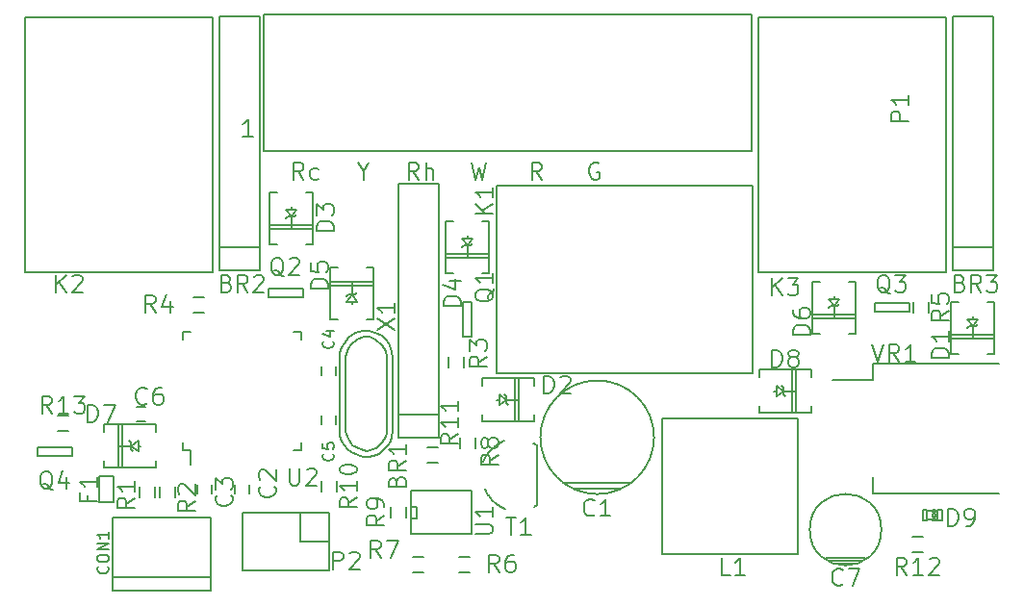
<source format=gto>
G04 #@! TF.FileFunction,Legend,Top*
%FSLAX46Y46*%
G04 Gerber Fmt 4.6, Leading zero omitted, Abs format (unit mm)*
G04 Created by KiCad (PCBNEW (2014-12-04 BZR 5312)-product) date 2/1/2015 4:03:18 PM*
%MOMM*%
G01*
G04 APERTURE LIST*
%ADD10C,0.100000*%
%ADD11C,0.150000*%
%ADD12C,0.152400*%
G04 APERTURE END LIST*
D10*
D11*
X80677000Y-58769000D02*
X81352000Y-58769000D01*
X80677000Y-48419000D02*
X81352000Y-48419000D01*
X91027000Y-48419000D02*
X90352000Y-48419000D01*
X91027000Y-58769000D02*
X90352000Y-58769000D01*
X80677000Y-58769000D02*
X80677000Y-58094000D01*
X91027000Y-58769000D02*
X91027000Y-58094000D01*
X91027000Y-48419000D02*
X91027000Y-49094000D01*
X80677000Y-48419000D02*
X80677000Y-49094000D01*
X81352000Y-58769000D02*
X81352000Y-60044000D01*
X97774760Y-58547000D02*
X97373440Y-58747660D01*
X97373440Y-58747660D02*
X96774000Y-58849260D01*
X96774000Y-58849260D02*
X96273620Y-58747660D01*
X96273620Y-58747660D02*
X95575120Y-58348880D01*
X95575120Y-58348880D02*
X95173800Y-57746900D01*
X95173800Y-57746900D02*
X94973140Y-57147460D01*
X94973140Y-57147460D02*
X94973140Y-50548540D01*
X94973140Y-50548540D02*
X95173800Y-49847500D01*
X95173800Y-49847500D02*
X95473520Y-49448720D01*
X95473520Y-49448720D02*
X95973900Y-49047400D01*
X95973900Y-49047400D02*
X96573340Y-48846740D01*
X96573340Y-48846740D02*
X97073720Y-48846740D01*
X97073720Y-48846740D02*
X97574100Y-49047400D01*
X97574100Y-49047400D02*
X98173540Y-49547780D01*
X98173540Y-49547780D02*
X98473260Y-50048160D01*
X98473260Y-50048160D02*
X98574860Y-50548540D01*
X98574860Y-50647600D02*
X98574860Y-57249060D01*
X98574860Y-57249060D02*
X98473260Y-57647840D01*
X98473260Y-57647840D02*
X98173540Y-58148220D01*
X98173540Y-58148220D02*
X97673160Y-58648600D01*
X99103180Y-50657760D02*
X99054920Y-50198020D01*
X99054920Y-50198020D02*
X98943160Y-49799240D01*
X98943160Y-49799240D02*
X98724720Y-49367440D01*
X98724720Y-49367440D02*
X98493580Y-49077880D01*
X98493580Y-49077880D02*
X98143060Y-48747680D01*
X98143060Y-48747680D02*
X97604580Y-48458120D01*
X97604580Y-48458120D02*
X97005140Y-48328580D01*
X97005140Y-48328580D02*
X96494600Y-48328580D01*
X96494600Y-48328580D02*
X95793560Y-48498760D01*
X95793560Y-48498760D02*
X95204280Y-48897540D01*
X95204280Y-48897540D02*
X94833440Y-49357280D01*
X94833440Y-49357280D02*
X94625160Y-49778920D01*
X94625160Y-49778920D02*
X94465140Y-50228500D01*
X94465140Y-50228500D02*
X94434660Y-50667920D01*
X94653100Y-58008520D02*
X94874080Y-58386980D01*
X94874080Y-58386980D02*
X95153480Y-58707020D01*
X95153480Y-58707020D02*
X95483680Y-58958480D01*
X95483680Y-58958480D02*
X96034860Y-59258200D01*
X96034860Y-59258200D02*
X96504760Y-59367420D01*
X96504760Y-59367420D02*
X96964500Y-59387740D01*
X96964500Y-59387740D02*
X97424240Y-59298840D01*
X97424240Y-59298840D02*
X97873820Y-59108340D01*
X97873820Y-59108340D02*
X98343720Y-58747660D01*
X98343720Y-58747660D02*
X98663760Y-58397140D01*
X98663760Y-58397140D02*
X98894900Y-58008520D01*
X98894900Y-58008520D02*
X99034600Y-57579260D01*
X99034600Y-57579260D02*
X99103180Y-57137300D01*
X94444820Y-50647600D02*
X94444820Y-57099200D01*
X94444820Y-57099200D02*
X94482920Y-57518300D01*
X94482920Y-57518300D02*
X94653100Y-58008520D01*
X99103180Y-50647600D02*
X99103180Y-57099200D01*
X114094000Y-61658000D02*
X120094000Y-61658000D01*
X119094000Y-62158000D02*
X115094000Y-62158000D01*
X122094000Y-57658000D02*
G75*
G03X122094000Y-57658000I-5000000J0D01*
G01*
X132842000Y-53594000D02*
X132638800Y-53594000D01*
X131318000Y-51689000D02*
X135890000Y-51689000D01*
X135890000Y-51689000D02*
X135890000Y-52324000D01*
X134264400Y-55499000D02*
X134264400Y-51689000D01*
X134594600Y-55499000D02*
X134594600Y-51689000D01*
X131318000Y-54864000D02*
X131318000Y-55499000D01*
X131318000Y-55499000D02*
X135890000Y-55499000D01*
X135890000Y-55499000D02*
X135890000Y-54864000D01*
X131318000Y-52324000D02*
X131318000Y-51689000D01*
X133477000Y-53594000D02*
X132842000Y-53119020D01*
X132842000Y-53119020D02*
X132842000Y-53594000D01*
X132842000Y-53594000D02*
X132842000Y-54068980D01*
X132842000Y-54068980D02*
X133477000Y-53594000D01*
X133477000Y-53594000D02*
X133477000Y-53276500D01*
X133477000Y-53276500D02*
X133319520Y-53119020D01*
X133477000Y-53594000D02*
X133477000Y-53911500D01*
X133477000Y-53911500D02*
X133634480Y-54068980D01*
X133477000Y-53594000D02*
X134586980Y-53594000D01*
X134778000Y-55976000D02*
X134778000Y-67976000D01*
X134778000Y-67976000D02*
X122778000Y-67976000D01*
X122778000Y-67976000D02*
X122778000Y-55976000D01*
X122778000Y-55976000D02*
X134778000Y-55976000D01*
X140688000Y-68286000D02*
X137188000Y-68286000D01*
X137438000Y-68536000D02*
X140438000Y-68536000D01*
X139938000Y-68786000D02*
X137938000Y-68786000D01*
X142088000Y-65786000D02*
G75*
G03X142088000Y-65786000I-3150000J0D01*
G01*
X145788000Y-67731000D02*
X144788000Y-67731000D01*
X144788000Y-66381000D02*
X145788000Y-66381000D01*
X147007580Y-64066420D02*
X147007580Y-64965580D01*
X147007580Y-64965580D02*
X147406360Y-64965580D01*
X147406360Y-64066420D02*
X147406360Y-64965580D01*
X147007580Y-64066420D02*
X147406360Y-64066420D01*
X145709640Y-64066420D02*
X145709640Y-64965580D01*
X145709640Y-64965580D02*
X146108420Y-64965580D01*
X146108420Y-64066420D02*
X146108420Y-64965580D01*
X145709640Y-64066420D02*
X146108420Y-64066420D01*
X146558000Y-64066420D02*
X146558000Y-64216280D01*
X146558000Y-64216280D02*
X146857720Y-64216280D01*
X146857720Y-64066420D02*
X146857720Y-64216280D01*
X146558000Y-64066420D02*
X146857720Y-64066420D01*
X146558000Y-64815720D02*
X146558000Y-64965580D01*
X146558000Y-64965580D02*
X146857720Y-64965580D01*
X146857720Y-64815720D02*
X146857720Y-64965580D01*
X146558000Y-64815720D02*
X146857720Y-64815720D01*
X146558000Y-64366140D02*
X146558000Y-64665860D01*
X146558000Y-64665860D02*
X146857720Y-64665860D01*
X146857720Y-64366140D02*
X146857720Y-64665860D01*
X146558000Y-64366140D02*
X146857720Y-64366140D01*
X147007580Y-64117220D02*
X146108420Y-64117220D01*
X147007580Y-64914780D02*
X146108420Y-64914780D01*
X141351000Y-61196220D02*
X141351000Y-62611000D01*
X141338300Y-52595780D02*
X137795000Y-52595780D01*
X141351000Y-51181000D02*
X152468000Y-51181000D01*
X152468000Y-62611000D02*
X141351000Y-62611000D01*
X141351000Y-51181000D02*
X141351000Y-52595780D01*
X108226000Y-52034000D02*
X108226000Y-43784000D01*
X130726000Y-52034000D02*
X108226000Y-52034000D01*
X130726000Y-35534000D02*
X130726000Y-52034000D01*
X108226000Y-35534000D02*
X130726000Y-35534000D01*
X108226000Y-43784000D02*
X108226000Y-35534000D01*
X83276000Y-43158000D02*
X75026000Y-43158000D01*
X83276000Y-20658000D02*
X83276000Y-43158000D01*
X66776000Y-20658000D02*
X83276000Y-20658000D01*
X66776000Y-43158000D02*
X66776000Y-20658000D01*
X75026000Y-43158000D02*
X66776000Y-43158000D01*
X76708000Y-58420000D02*
X76911200Y-58420000D01*
X78232000Y-60325000D02*
X73660000Y-60325000D01*
X73660000Y-60325000D02*
X73660000Y-59690000D01*
X75285600Y-56515000D02*
X75285600Y-60325000D01*
X74955400Y-56515000D02*
X74955400Y-60325000D01*
X78232000Y-57150000D02*
X78232000Y-56515000D01*
X78232000Y-56515000D02*
X73660000Y-56515000D01*
X73660000Y-56515000D02*
X73660000Y-57150000D01*
X78232000Y-59690000D02*
X78232000Y-60325000D01*
X76073000Y-58420000D02*
X76708000Y-58894980D01*
X76708000Y-58894980D02*
X76708000Y-58420000D01*
X76708000Y-58420000D02*
X76708000Y-57945020D01*
X76708000Y-57945020D02*
X76073000Y-58420000D01*
X76073000Y-58420000D02*
X76073000Y-58737500D01*
X76073000Y-58737500D02*
X76230480Y-58894980D01*
X76073000Y-58420000D02*
X76073000Y-58102500D01*
X76073000Y-58102500D02*
X75915520Y-57945020D01*
X76073000Y-58420000D02*
X74963020Y-58420000D01*
X147792000Y-43158000D02*
X139542000Y-43158000D01*
X147792000Y-20658000D02*
X147792000Y-43158000D01*
X131292000Y-20658000D02*
X147792000Y-20658000D01*
X131292000Y-43158000D02*
X131292000Y-20658000D01*
X139542000Y-43158000D02*
X131292000Y-43158000D01*
X99568000Y-57658000D02*
X103124000Y-57658000D01*
X99568000Y-55626000D02*
X99568000Y-57658000D01*
X103124000Y-55626000D02*
X99568000Y-55626000D01*
X103124000Y-57658000D02*
X103124000Y-55626000D01*
X103124000Y-35306000D02*
X99568000Y-35306000D01*
X103124000Y-57658000D02*
X103124000Y-35306000D01*
X99568000Y-57658000D02*
X103124000Y-57658000D01*
X99568000Y-35306000D02*
X99568000Y-57658000D01*
X83820000Y-42926000D02*
X87376000Y-42926000D01*
X83820000Y-40894000D02*
X83820000Y-42926000D01*
X87376000Y-40894000D02*
X83820000Y-40894000D01*
X87376000Y-42926000D02*
X87376000Y-40894000D01*
X87376000Y-20574000D02*
X83820000Y-20574000D01*
X87376000Y-42926000D02*
X87376000Y-20574000D01*
X83820000Y-42926000D02*
X87376000Y-42926000D01*
X83820000Y-20574000D02*
X83820000Y-42926000D01*
X148336000Y-42926000D02*
X151892000Y-42926000D01*
X148336000Y-40894000D02*
X148336000Y-42926000D01*
X151892000Y-40894000D02*
X148336000Y-40894000D01*
X151892000Y-42926000D02*
X151892000Y-40894000D01*
X151892000Y-20574000D02*
X148336000Y-20574000D01*
X151892000Y-42926000D02*
X151892000Y-20574000D01*
X148336000Y-42926000D02*
X151892000Y-42926000D01*
X148336000Y-20574000D02*
X148336000Y-42926000D01*
X86452000Y-61880000D02*
X86452000Y-62580000D01*
X85252000Y-62580000D02*
X85252000Y-61880000D01*
X81950000Y-62580000D02*
X81950000Y-61880000D01*
X83150000Y-61880000D02*
X83150000Y-62580000D01*
X92872000Y-52166000D02*
X92872000Y-51466000D01*
X94072000Y-51466000D02*
X94072000Y-52166000D01*
X94072000Y-55784000D02*
X94072000Y-56484000D01*
X92872000Y-56484000D02*
X92872000Y-55784000D01*
X76612000Y-55026000D02*
X77312000Y-55026000D01*
X77312000Y-56226000D02*
X76612000Y-56226000D01*
X74420000Y-71166000D02*
X83120000Y-71166000D01*
X74420000Y-64761000D02*
X83120000Y-64761000D01*
X83120000Y-64761000D02*
X83120000Y-71166000D01*
X83120000Y-69936000D02*
X74420000Y-69936000D01*
X74420000Y-71166000D02*
X74420000Y-64761000D01*
X150114000Y-47244000D02*
X150114000Y-47040800D01*
X152019000Y-45720000D02*
X152019000Y-50292000D01*
X152019000Y-50292000D02*
X151384000Y-50292000D01*
X148209000Y-48666400D02*
X152019000Y-48666400D01*
X148209000Y-48996600D02*
X152019000Y-48996600D01*
X148844000Y-45720000D02*
X148209000Y-45720000D01*
X148209000Y-45720000D02*
X148209000Y-50292000D01*
X148209000Y-50292000D02*
X148844000Y-50292000D01*
X151384000Y-45720000D02*
X152019000Y-45720000D01*
X150114000Y-47879000D02*
X150588980Y-47244000D01*
X150588980Y-47244000D02*
X150114000Y-47244000D01*
X150114000Y-47244000D02*
X149639020Y-47244000D01*
X149639020Y-47244000D02*
X150114000Y-47879000D01*
X150114000Y-47879000D02*
X150431500Y-47879000D01*
X150431500Y-47879000D02*
X150588980Y-47721520D01*
X150114000Y-47879000D02*
X149796500Y-47879000D01*
X149796500Y-47879000D02*
X149639020Y-48036480D01*
X150114000Y-47879000D02*
X150114000Y-48988980D01*
X108458000Y-54356000D02*
X108254800Y-54356000D01*
X106934000Y-52451000D02*
X111506000Y-52451000D01*
X111506000Y-52451000D02*
X111506000Y-53086000D01*
X109880400Y-56261000D02*
X109880400Y-52451000D01*
X110210600Y-56261000D02*
X110210600Y-52451000D01*
X106934000Y-55626000D02*
X106934000Y-56261000D01*
X106934000Y-56261000D02*
X111506000Y-56261000D01*
X111506000Y-56261000D02*
X111506000Y-55626000D01*
X106934000Y-53086000D02*
X106934000Y-52451000D01*
X109093000Y-54356000D02*
X108458000Y-53881020D01*
X108458000Y-53881020D02*
X108458000Y-54356000D01*
X108458000Y-54356000D02*
X108458000Y-54830980D01*
X108458000Y-54830980D02*
X109093000Y-54356000D01*
X109093000Y-54356000D02*
X109093000Y-54038500D01*
X109093000Y-54038500D02*
X108935520Y-53881020D01*
X109093000Y-54356000D02*
X109093000Y-54673500D01*
X109093000Y-54673500D02*
X109250480Y-54830980D01*
X109093000Y-54356000D02*
X110202980Y-54356000D01*
X90170000Y-37592000D02*
X90170000Y-37388800D01*
X92075000Y-36068000D02*
X92075000Y-40640000D01*
X92075000Y-40640000D02*
X91440000Y-40640000D01*
X88265000Y-39014400D02*
X92075000Y-39014400D01*
X88265000Y-39344600D02*
X92075000Y-39344600D01*
X88900000Y-36068000D02*
X88265000Y-36068000D01*
X88265000Y-36068000D02*
X88265000Y-40640000D01*
X88265000Y-40640000D02*
X88900000Y-40640000D01*
X91440000Y-36068000D02*
X92075000Y-36068000D01*
X90170000Y-38227000D02*
X90644980Y-37592000D01*
X90644980Y-37592000D02*
X90170000Y-37592000D01*
X90170000Y-37592000D02*
X89695020Y-37592000D01*
X89695020Y-37592000D02*
X90170000Y-38227000D01*
X90170000Y-38227000D02*
X90487500Y-38227000D01*
X90487500Y-38227000D02*
X90644980Y-38069520D01*
X90170000Y-38227000D02*
X89852500Y-38227000D01*
X89852500Y-38227000D02*
X89695020Y-38384480D01*
X90170000Y-38227000D02*
X90170000Y-39336980D01*
X105664000Y-40132000D02*
X105664000Y-39928800D01*
X107569000Y-38608000D02*
X107569000Y-43180000D01*
X107569000Y-43180000D02*
X106934000Y-43180000D01*
X103759000Y-41554400D02*
X107569000Y-41554400D01*
X103759000Y-41884600D02*
X107569000Y-41884600D01*
X104394000Y-38608000D02*
X103759000Y-38608000D01*
X103759000Y-38608000D02*
X103759000Y-43180000D01*
X103759000Y-43180000D02*
X104394000Y-43180000D01*
X106934000Y-38608000D02*
X107569000Y-38608000D01*
X105664000Y-40767000D02*
X106138980Y-40132000D01*
X106138980Y-40132000D02*
X105664000Y-40132000D01*
X105664000Y-40132000D02*
X105189020Y-40132000D01*
X105189020Y-40132000D02*
X105664000Y-40767000D01*
X105664000Y-40767000D02*
X105981500Y-40767000D01*
X105981500Y-40767000D02*
X106138980Y-40609520D01*
X105664000Y-40767000D02*
X105346500Y-40767000D01*
X105346500Y-40767000D02*
X105189020Y-40924480D01*
X105664000Y-40767000D02*
X105664000Y-41876980D01*
X95504000Y-45720000D02*
X95504000Y-45923200D01*
X93599000Y-47244000D02*
X93599000Y-42672000D01*
X93599000Y-42672000D02*
X94234000Y-42672000D01*
X97409000Y-44297600D02*
X93599000Y-44297600D01*
X97409000Y-43967400D02*
X93599000Y-43967400D01*
X96774000Y-47244000D02*
X97409000Y-47244000D01*
X97409000Y-47244000D02*
X97409000Y-42672000D01*
X97409000Y-42672000D02*
X96774000Y-42672000D01*
X94234000Y-47244000D02*
X93599000Y-47244000D01*
X95504000Y-45085000D02*
X95029020Y-45720000D01*
X95029020Y-45720000D02*
X95504000Y-45720000D01*
X95504000Y-45720000D02*
X95978980Y-45720000D01*
X95978980Y-45720000D02*
X95504000Y-45085000D01*
X95504000Y-45085000D02*
X95186500Y-45085000D01*
X95186500Y-45085000D02*
X95029020Y-45242480D01*
X95504000Y-45085000D02*
X95821500Y-45085000D01*
X95821500Y-45085000D02*
X95978980Y-44927520D01*
X95504000Y-45085000D02*
X95504000Y-43975020D01*
X137922000Y-45466000D02*
X137922000Y-45262800D01*
X139827000Y-43942000D02*
X139827000Y-48514000D01*
X139827000Y-48514000D02*
X139192000Y-48514000D01*
X136017000Y-46888400D02*
X139827000Y-46888400D01*
X136017000Y-47218600D02*
X139827000Y-47218600D01*
X136652000Y-43942000D02*
X136017000Y-43942000D01*
X136017000Y-43942000D02*
X136017000Y-48514000D01*
X136017000Y-48514000D02*
X136652000Y-48514000D01*
X139192000Y-43942000D02*
X139827000Y-43942000D01*
X137922000Y-46101000D02*
X138396980Y-45466000D01*
X138396980Y-45466000D02*
X137922000Y-45466000D01*
X137922000Y-45466000D02*
X137447020Y-45466000D01*
X137447020Y-45466000D02*
X137922000Y-46101000D01*
X137922000Y-46101000D02*
X138239500Y-46101000D01*
X138239500Y-46101000D02*
X138396980Y-45943520D01*
X137922000Y-46101000D02*
X137604500Y-46101000D01*
X137604500Y-46101000D02*
X137447020Y-46258480D01*
X137922000Y-46101000D02*
X137922000Y-47210980D01*
X74549000Y-61087000D02*
X74549000Y-63373000D01*
X74549000Y-63373000D02*
X73279000Y-63373000D01*
X73279000Y-63373000D02*
X73279000Y-61087000D01*
X73279000Y-61087000D02*
X74549000Y-61087000D01*
X130720000Y-20480000D02*
X87720000Y-20480000D01*
X130720000Y-32480000D02*
X130720000Y-20480000D01*
X87720000Y-32480000D02*
X130720000Y-32480000D01*
X87720000Y-20480000D02*
X87720000Y-32480000D01*
X93472000Y-66802000D02*
X90932000Y-66802000D01*
X90932000Y-66802000D02*
X90932000Y-64262000D01*
X93472000Y-64262000D02*
X85852000Y-64262000D01*
X85852000Y-64262000D02*
X85852000Y-69342000D01*
X85852000Y-69342000D02*
X90932000Y-69342000D01*
X93472000Y-64262000D02*
X93472000Y-66802000D01*
X93472000Y-69342000D02*
X93472000Y-66802000D01*
X90932000Y-69342000D02*
X93472000Y-69342000D01*
X106045000Y-45720000D02*
X106045000Y-48768000D01*
X106045000Y-48768000D02*
X105283000Y-48768000D01*
X105283000Y-48768000D02*
X105283000Y-45720000D01*
X105283000Y-45720000D02*
X106045000Y-45720000D01*
X91186000Y-45339000D02*
X88138000Y-45339000D01*
X88138000Y-45339000D02*
X88138000Y-44577000D01*
X88138000Y-44577000D02*
X91186000Y-44577000D01*
X91186000Y-44577000D02*
X91186000Y-45339000D01*
X141478000Y-45847000D02*
X144526000Y-45847000D01*
X144526000Y-45847000D02*
X144526000Y-46609000D01*
X144526000Y-46609000D02*
X141478000Y-46609000D01*
X141478000Y-46609000D02*
X141478000Y-45847000D01*
X70866000Y-59309000D02*
X67818000Y-59309000D01*
X67818000Y-59309000D02*
X67818000Y-58547000D01*
X67818000Y-58547000D02*
X70866000Y-58547000D01*
X70866000Y-58547000D02*
X70866000Y-59309000D01*
X78145000Y-61984000D02*
X78145000Y-62984000D01*
X76795000Y-62984000D02*
X76795000Y-61984000D01*
X79923000Y-61984000D02*
X79923000Y-62984000D01*
X78573000Y-62984000D02*
X78573000Y-61984000D01*
X105323000Y-50554000D02*
X105323000Y-51554000D01*
X103973000Y-51554000D02*
X103973000Y-50554000D01*
X82542000Y-46649000D02*
X81542000Y-46649000D01*
X81542000Y-45299000D02*
X82542000Y-45299000D01*
X144867000Y-46728000D02*
X144867000Y-45728000D01*
X146217000Y-45728000D02*
X146217000Y-46728000D01*
X105910000Y-69509000D02*
X104910000Y-69509000D01*
X104910000Y-68159000D02*
X105910000Y-68159000D01*
X101846000Y-69509000D02*
X100846000Y-69509000D01*
X100846000Y-68159000D02*
X101846000Y-68159000D01*
X106339000Y-57666000D02*
X106339000Y-58666000D01*
X104989000Y-58666000D02*
X104989000Y-57666000D01*
X100243000Y-63762000D02*
X100243000Y-64762000D01*
X98893000Y-64762000D02*
X98893000Y-63762000D01*
X92797000Y-62476000D02*
X92797000Y-61476000D01*
X94147000Y-61476000D02*
X94147000Y-62476000D01*
X102116000Y-58507000D02*
X103116000Y-58507000D01*
X103116000Y-59857000D02*
X102116000Y-59857000D01*
X69604000Y-55713000D02*
X70604000Y-55713000D01*
X70604000Y-57063000D02*
X69604000Y-57063000D01*
X107518200Y-62776100D02*
X107353100Y-62471300D01*
X107353100Y-62471300D02*
X107238800Y-62153800D01*
X108483400Y-58178700D02*
X108775500Y-58026300D01*
X108775500Y-58026300D02*
X108902500Y-57988200D01*
X111747300Y-58305700D02*
X111442500Y-58178700D01*
X107543600Y-62788800D02*
X107835700Y-63169800D01*
X107835700Y-63169800D02*
X108267500Y-63550800D01*
X108267500Y-63550800D02*
X108724700Y-63855600D01*
X108724700Y-63855600D02*
X109016800Y-63944500D01*
X107061000Y-59817000D02*
X107315000Y-59309000D01*
X107315000Y-59309000D02*
X107569000Y-58928000D01*
X107569000Y-58928000D02*
X107950000Y-58547000D01*
X107950000Y-58547000D02*
X108458000Y-58166000D01*
X111760000Y-63627000D02*
X111506000Y-63754000D01*
X111760000Y-63627000D02*
X111760000Y-58293000D01*
X100711000Y-66040000D02*
X100711000Y-66167000D01*
X100711000Y-66167000D02*
X106045000Y-66167000D01*
X106045000Y-62357000D02*
X100711000Y-62357000D01*
X100711000Y-62357000D02*
X100711000Y-66040000D01*
X100711000Y-63754000D02*
X101219000Y-63754000D01*
X101219000Y-63754000D02*
X101219000Y-64770000D01*
X101219000Y-64770000D02*
X100711000Y-64770000D01*
X106045000Y-62357000D02*
X106045000Y-66167000D01*
X90024857Y-60379429D02*
X90024857Y-61613143D01*
X90097429Y-61758286D01*
X90170000Y-61830857D01*
X90315143Y-61903429D01*
X90605429Y-61903429D01*
X90750571Y-61830857D01*
X90823143Y-61758286D01*
X90895714Y-61613143D01*
X90895714Y-60379429D01*
X91548857Y-60524571D02*
X91621428Y-60452000D01*
X91766571Y-60379429D01*
X92129428Y-60379429D01*
X92274571Y-60452000D01*
X92347142Y-60524571D01*
X92419714Y-60669714D01*
X92419714Y-60814857D01*
X92347142Y-61032571D01*
X91476285Y-61903429D01*
X92419714Y-61903429D01*
X97717429Y-48223715D02*
X99241429Y-47207715D01*
X97717429Y-47207715D02*
X99241429Y-48223715D01*
X99241429Y-45828857D02*
X99241429Y-46699714D01*
X99241429Y-46264286D02*
X97717429Y-46264286D01*
X97935143Y-46409429D01*
X98080286Y-46554571D01*
X98152857Y-46699714D01*
X116844001Y-64443714D02*
X116772572Y-64515143D01*
X116558286Y-64586571D01*
X116415429Y-64586571D01*
X116201144Y-64515143D01*
X116058286Y-64372286D01*
X115986858Y-64229429D01*
X115915429Y-63943714D01*
X115915429Y-63729429D01*
X115986858Y-63443714D01*
X116058286Y-63300857D01*
X116201144Y-63158000D01*
X116415429Y-63086571D01*
X116558286Y-63086571D01*
X116772572Y-63158000D01*
X116844001Y-63229429D01*
X118272572Y-64586571D02*
X117415429Y-64586571D01*
X117844001Y-64586571D02*
X117844001Y-63086571D01*
X117701144Y-63300857D01*
X117558286Y-63443714D01*
X117415429Y-63515143D01*
X132479143Y-51489429D02*
X132479143Y-49965429D01*
X132842000Y-49965429D01*
X133059715Y-50038000D01*
X133204857Y-50183143D01*
X133277429Y-50328286D01*
X133350000Y-50618571D01*
X133350000Y-50836286D01*
X133277429Y-51126571D01*
X133204857Y-51271714D01*
X133059715Y-51416857D01*
X132842000Y-51489429D01*
X132479143Y-51489429D01*
X134220857Y-50618571D02*
X134075715Y-50546000D01*
X134003143Y-50473429D01*
X133930572Y-50328286D01*
X133930572Y-50255714D01*
X134003143Y-50110571D01*
X134075715Y-50038000D01*
X134220857Y-49965429D01*
X134511143Y-49965429D01*
X134656286Y-50038000D01*
X134728857Y-50110571D01*
X134801429Y-50255714D01*
X134801429Y-50328286D01*
X134728857Y-50473429D01*
X134656286Y-50546000D01*
X134511143Y-50618571D01*
X134220857Y-50618571D01*
X134075715Y-50691143D01*
X134003143Y-50763714D01*
X133930572Y-50908857D01*
X133930572Y-51199143D01*
X134003143Y-51344286D01*
X134075715Y-51416857D01*
X134220857Y-51489429D01*
X134511143Y-51489429D01*
X134656286Y-51416857D01*
X134728857Y-51344286D01*
X134801429Y-51199143D01*
X134801429Y-50908857D01*
X134728857Y-50763714D01*
X134656286Y-50691143D01*
X134511143Y-50618571D01*
X128778000Y-69777429D02*
X128052286Y-69777429D01*
X128052286Y-68253429D01*
X130084286Y-69777429D02*
X129213429Y-69777429D01*
X129648857Y-69777429D02*
X129648857Y-68253429D01*
X129503714Y-68471143D01*
X129358572Y-68616286D01*
X129213429Y-68688857D01*
X138688001Y-70571714D02*
X138616572Y-70643143D01*
X138402286Y-70714571D01*
X138259429Y-70714571D01*
X138045144Y-70643143D01*
X137902286Y-70500286D01*
X137830858Y-70357429D01*
X137759429Y-70071714D01*
X137759429Y-69857429D01*
X137830858Y-69571714D01*
X137902286Y-69428857D01*
X138045144Y-69286000D01*
X138259429Y-69214571D01*
X138402286Y-69214571D01*
X138616572Y-69286000D01*
X138688001Y-69357429D01*
X139188001Y-69214571D02*
X140188001Y-69214571D01*
X139545144Y-70714571D01*
X144308285Y-69777429D02*
X143800285Y-69051714D01*
X143437428Y-69777429D02*
X143437428Y-68253429D01*
X144018000Y-68253429D01*
X144163142Y-68326000D01*
X144235714Y-68398571D01*
X144308285Y-68543714D01*
X144308285Y-68761429D01*
X144235714Y-68906571D01*
X144163142Y-68979143D01*
X144018000Y-69051714D01*
X143437428Y-69051714D01*
X145759714Y-69777429D02*
X144888857Y-69777429D01*
X145324285Y-69777429D02*
X145324285Y-68253429D01*
X145179142Y-68471143D01*
X145034000Y-68616286D01*
X144888857Y-68688857D01*
X146340286Y-68398571D02*
X146412857Y-68326000D01*
X146558000Y-68253429D01*
X146920857Y-68253429D01*
X147066000Y-68326000D01*
X147138571Y-68398571D01*
X147211143Y-68543714D01*
X147211143Y-68688857D01*
X147138571Y-68906571D01*
X146267714Y-69777429D01*
X147211143Y-69777429D01*
X147973143Y-65459429D02*
X147973143Y-63935429D01*
X148336000Y-63935429D01*
X148553715Y-64008000D01*
X148698857Y-64153143D01*
X148771429Y-64298286D01*
X148844000Y-64588571D01*
X148844000Y-64806286D01*
X148771429Y-65096571D01*
X148698857Y-65241714D01*
X148553715Y-65386857D01*
X148336000Y-65459429D01*
X147973143Y-65459429D01*
X149569715Y-65459429D02*
X149860000Y-65459429D01*
X150005143Y-65386857D01*
X150077715Y-65314286D01*
X150222857Y-65096571D01*
X150295429Y-64806286D01*
X150295429Y-64225714D01*
X150222857Y-64080571D01*
X150150286Y-64008000D01*
X150005143Y-63935429D01*
X149714857Y-63935429D01*
X149569715Y-64008000D01*
X149497143Y-64080571D01*
X149424572Y-64225714D01*
X149424572Y-64588571D01*
X149497143Y-64733714D01*
X149569715Y-64806286D01*
X149714857Y-64878857D01*
X150005143Y-64878857D01*
X150150286Y-64806286D01*
X150222857Y-64733714D01*
X150295429Y-64588571D01*
X141260286Y-49457429D02*
X141768286Y-50981429D01*
X142276286Y-49457429D01*
X143655143Y-50981429D02*
X143147143Y-50255714D01*
X142784286Y-50981429D02*
X142784286Y-49457429D01*
X143364858Y-49457429D01*
X143510000Y-49530000D01*
X143582572Y-49602571D01*
X143655143Y-49747714D01*
X143655143Y-49965429D01*
X143582572Y-50110571D01*
X143510000Y-50183143D01*
X143364858Y-50255714D01*
X142784286Y-50255714D01*
X145106572Y-50981429D02*
X144235715Y-50981429D01*
X144671143Y-50981429D02*
X144671143Y-49457429D01*
X144526000Y-49675143D01*
X144380858Y-49820286D01*
X144235715Y-49892857D01*
X107866571Y-37937142D02*
X106366571Y-37937142D01*
X107866571Y-37079999D02*
X107009429Y-37722856D01*
X106366571Y-37079999D02*
X107223714Y-37937142D01*
X107866571Y-35651428D02*
X107866571Y-36508571D01*
X107866571Y-36079999D02*
X106366571Y-36079999D01*
X106580857Y-36222856D01*
X106723714Y-36365714D01*
X106795143Y-36508571D01*
X69487143Y-44885429D02*
X69487143Y-43361429D01*
X70358000Y-44885429D02*
X69704857Y-44014571D01*
X70358000Y-43361429D02*
X69487143Y-44232286D01*
X70938572Y-43506571D02*
X71011143Y-43434000D01*
X71156286Y-43361429D01*
X71519143Y-43361429D01*
X71664286Y-43434000D01*
X71736857Y-43506571D01*
X71809429Y-43651714D01*
X71809429Y-43796857D01*
X71736857Y-44014571D01*
X70866000Y-44885429D01*
X71809429Y-44885429D01*
D12*
X72281143Y-56315429D02*
X72281143Y-54791429D01*
X72644000Y-54791429D01*
X72861715Y-54864000D01*
X73006857Y-55009143D01*
X73079429Y-55154286D01*
X73152000Y-55444571D01*
X73152000Y-55662286D01*
X73079429Y-55952571D01*
X73006857Y-56097714D01*
X72861715Y-56242857D01*
X72644000Y-56315429D01*
X72281143Y-56315429D01*
X73660000Y-54791429D02*
X74676000Y-54791429D01*
X74022857Y-56315429D01*
D11*
X132496858Y-45128571D02*
X132496858Y-43628571D01*
X133354001Y-45128571D02*
X132711144Y-44271429D01*
X133354001Y-43628571D02*
X132496858Y-44485714D01*
X133854001Y-43628571D02*
X134782572Y-43628571D01*
X134282572Y-44200000D01*
X134496858Y-44200000D01*
X134639715Y-44271429D01*
X134711144Y-44342857D01*
X134782572Y-44485714D01*
X134782572Y-44842857D01*
X134711144Y-44985714D01*
X134639715Y-45057143D01*
X134496858Y-45128571D01*
X134068286Y-45128571D01*
X133925429Y-45057143D01*
X133854001Y-44985714D01*
X99460857Y-61555142D02*
X99532286Y-61340856D01*
X99603714Y-61269428D01*
X99746571Y-61197999D01*
X99960857Y-61197999D01*
X100103714Y-61269428D01*
X100175143Y-61340856D01*
X100246571Y-61483714D01*
X100246571Y-62055142D01*
X98746571Y-62055142D01*
X98746571Y-61555142D01*
X98818000Y-61412285D01*
X98889429Y-61340856D01*
X99032286Y-61269428D01*
X99175143Y-61269428D01*
X99318000Y-61340856D01*
X99389429Y-61412285D01*
X99460857Y-61555142D01*
X99460857Y-62055142D01*
X100246571Y-59697999D02*
X99532286Y-60197999D01*
X100246571Y-60555142D02*
X98746571Y-60555142D01*
X98746571Y-59983714D01*
X98818000Y-59840856D01*
X98889429Y-59769428D01*
X99032286Y-59697999D01*
X99246571Y-59697999D01*
X99389429Y-59769428D01*
X99460857Y-59840856D01*
X99532286Y-59983714D01*
X99532286Y-60555142D01*
X100246571Y-58269428D02*
X100246571Y-59126571D01*
X100246571Y-58697999D02*
X98746571Y-58697999D01*
X98960857Y-58840856D01*
X99103714Y-58983714D01*
X99175143Y-59126571D01*
X84494858Y-44088857D02*
X84709144Y-44160286D01*
X84780572Y-44231714D01*
X84852001Y-44374571D01*
X84852001Y-44588857D01*
X84780572Y-44731714D01*
X84709144Y-44803143D01*
X84566286Y-44874571D01*
X83994858Y-44874571D01*
X83994858Y-43374571D01*
X84494858Y-43374571D01*
X84637715Y-43446000D01*
X84709144Y-43517429D01*
X84780572Y-43660286D01*
X84780572Y-43803143D01*
X84709144Y-43946000D01*
X84637715Y-44017429D01*
X84494858Y-44088857D01*
X83994858Y-44088857D01*
X86352001Y-44874571D02*
X85852001Y-44160286D01*
X85494858Y-44874571D02*
X85494858Y-43374571D01*
X86066286Y-43374571D01*
X86209144Y-43446000D01*
X86280572Y-43517429D01*
X86352001Y-43660286D01*
X86352001Y-43874571D01*
X86280572Y-44017429D01*
X86209144Y-44088857D01*
X86066286Y-44160286D01*
X85494858Y-44160286D01*
X86923429Y-43517429D02*
X86994858Y-43446000D01*
X87137715Y-43374571D01*
X87494858Y-43374571D01*
X87637715Y-43446000D01*
X87709144Y-43517429D01*
X87780572Y-43660286D01*
X87780572Y-43803143D01*
X87709144Y-44017429D01*
X86852001Y-44874571D01*
X87780572Y-44874571D01*
X149010858Y-44088857D02*
X149225144Y-44160286D01*
X149296572Y-44231714D01*
X149368001Y-44374571D01*
X149368001Y-44588857D01*
X149296572Y-44731714D01*
X149225144Y-44803143D01*
X149082286Y-44874571D01*
X148510858Y-44874571D01*
X148510858Y-43374571D01*
X149010858Y-43374571D01*
X149153715Y-43446000D01*
X149225144Y-43517429D01*
X149296572Y-43660286D01*
X149296572Y-43803143D01*
X149225144Y-43946000D01*
X149153715Y-44017429D01*
X149010858Y-44088857D01*
X148510858Y-44088857D01*
X150868001Y-44874571D02*
X150368001Y-44160286D01*
X150010858Y-44874571D02*
X150010858Y-43374571D01*
X150582286Y-43374571D01*
X150725144Y-43446000D01*
X150796572Y-43517429D01*
X150868001Y-43660286D01*
X150868001Y-43874571D01*
X150796572Y-44017429D01*
X150725144Y-44088857D01*
X150582286Y-44160286D01*
X150010858Y-44160286D01*
X151368001Y-43374571D02*
X152296572Y-43374571D01*
X151796572Y-43946000D01*
X152010858Y-43946000D01*
X152153715Y-44017429D01*
X152225144Y-44088857D01*
X152296572Y-44231714D01*
X152296572Y-44588857D01*
X152225144Y-44731714D01*
X152153715Y-44803143D01*
X152010858Y-44874571D01*
X151582286Y-44874571D01*
X151439429Y-44803143D01*
X151368001Y-44731714D01*
X88682286Y-61976000D02*
X88754857Y-62048571D01*
X88827429Y-62266285D01*
X88827429Y-62411428D01*
X88754857Y-62629143D01*
X88609714Y-62774285D01*
X88464571Y-62846857D01*
X88174286Y-62919428D01*
X87956571Y-62919428D01*
X87666286Y-62846857D01*
X87521143Y-62774285D01*
X87376000Y-62629143D01*
X87303429Y-62411428D01*
X87303429Y-62266285D01*
X87376000Y-62048571D01*
X87448571Y-61976000D01*
X87448571Y-61395428D02*
X87376000Y-61322857D01*
X87303429Y-61177714D01*
X87303429Y-60814857D01*
X87376000Y-60669714D01*
X87448571Y-60597143D01*
X87593714Y-60524571D01*
X87738857Y-60524571D01*
X87956571Y-60597143D01*
X88827429Y-61468000D01*
X88827429Y-60524571D01*
X84872286Y-62738000D02*
X84944857Y-62810571D01*
X85017429Y-63028285D01*
X85017429Y-63173428D01*
X84944857Y-63391143D01*
X84799714Y-63536285D01*
X84654571Y-63608857D01*
X84364286Y-63681428D01*
X84146571Y-63681428D01*
X83856286Y-63608857D01*
X83711143Y-63536285D01*
X83566000Y-63391143D01*
X83493429Y-63173428D01*
X83493429Y-63028285D01*
X83566000Y-62810571D01*
X83638571Y-62738000D01*
X83493429Y-62230000D02*
X83493429Y-61286571D01*
X84074000Y-61794571D01*
X84074000Y-61576857D01*
X84146571Y-61431714D01*
X84219143Y-61359143D01*
X84364286Y-61286571D01*
X84727143Y-61286571D01*
X84872286Y-61359143D01*
X84944857Y-61431714D01*
X85017429Y-61576857D01*
X85017429Y-62012285D01*
X84944857Y-62157428D01*
X84872286Y-62230000D01*
X93829143Y-49188666D02*
X93876762Y-49236285D01*
X93924381Y-49379142D01*
X93924381Y-49474380D01*
X93876762Y-49617238D01*
X93781524Y-49712476D01*
X93686286Y-49760095D01*
X93495810Y-49807714D01*
X93352952Y-49807714D01*
X93162476Y-49760095D01*
X93067238Y-49712476D01*
X92972000Y-49617238D01*
X92924381Y-49474380D01*
X92924381Y-49379142D01*
X92972000Y-49236285D01*
X93019619Y-49188666D01*
X93257714Y-48331523D02*
X93924381Y-48331523D01*
X92876762Y-48569619D02*
X93591048Y-48807714D01*
X93591048Y-48188666D01*
X93829143Y-59094666D02*
X93876762Y-59142285D01*
X93924381Y-59285142D01*
X93924381Y-59380380D01*
X93876762Y-59523238D01*
X93781524Y-59618476D01*
X93686286Y-59666095D01*
X93495810Y-59713714D01*
X93352952Y-59713714D01*
X93162476Y-59666095D01*
X93067238Y-59618476D01*
X92972000Y-59523238D01*
X92924381Y-59380380D01*
X92924381Y-59285142D01*
X92972000Y-59142285D01*
X93019619Y-59094666D01*
X92924381Y-58189904D02*
X92924381Y-58666095D01*
X93400571Y-58713714D01*
X93352952Y-58666095D01*
X93305333Y-58570857D01*
X93305333Y-58332761D01*
X93352952Y-58237523D01*
X93400571Y-58189904D01*
X93495810Y-58142285D01*
X93733905Y-58142285D01*
X93829143Y-58189904D01*
X93876762Y-58237523D01*
X93924381Y-58332761D01*
X93924381Y-58570857D01*
X93876762Y-58666095D01*
X93829143Y-58713714D01*
X77470000Y-54646286D02*
X77397429Y-54718857D01*
X77179715Y-54791429D01*
X77034572Y-54791429D01*
X76816857Y-54718857D01*
X76671715Y-54573714D01*
X76599143Y-54428571D01*
X76526572Y-54138286D01*
X76526572Y-53920571D01*
X76599143Y-53630286D01*
X76671715Y-53485143D01*
X76816857Y-53340000D01*
X77034572Y-53267429D01*
X77179715Y-53267429D01*
X77397429Y-53340000D01*
X77470000Y-53412571D01*
X78776286Y-53267429D02*
X78486000Y-53267429D01*
X78340857Y-53340000D01*
X78268286Y-53412571D01*
X78123143Y-53630286D01*
X78050572Y-53920571D01*
X78050572Y-54501143D01*
X78123143Y-54646286D01*
X78195715Y-54718857D01*
X78340857Y-54791429D01*
X78631143Y-54791429D01*
X78776286Y-54718857D01*
X78848857Y-54646286D01*
X78921429Y-54501143D01*
X78921429Y-54138286D01*
X78848857Y-53993143D01*
X78776286Y-53920571D01*
X78631143Y-53848000D01*
X78340857Y-53848000D01*
X78195715Y-53920571D01*
X78123143Y-53993143D01*
X78050572Y-54138286D01*
X74017143Y-69032285D02*
X74064762Y-69079904D01*
X74112381Y-69222761D01*
X74112381Y-69317999D01*
X74064762Y-69460857D01*
X73969524Y-69556095D01*
X73874286Y-69603714D01*
X73683810Y-69651333D01*
X73540952Y-69651333D01*
X73350476Y-69603714D01*
X73255238Y-69556095D01*
X73160000Y-69460857D01*
X73112381Y-69317999D01*
X73112381Y-69222761D01*
X73160000Y-69079904D01*
X73207619Y-69032285D01*
X73112381Y-68413238D02*
X73112381Y-68222761D01*
X73160000Y-68127523D01*
X73255238Y-68032285D01*
X73445714Y-67984666D01*
X73779048Y-67984666D01*
X73969524Y-68032285D01*
X74064762Y-68127523D01*
X74112381Y-68222761D01*
X74112381Y-68413238D01*
X74064762Y-68508476D01*
X73969524Y-68603714D01*
X73779048Y-68651333D01*
X73445714Y-68651333D01*
X73255238Y-68603714D01*
X73160000Y-68508476D01*
X73112381Y-68413238D01*
X74112381Y-67556095D02*
X73112381Y-67556095D01*
X74112381Y-66984666D01*
X73112381Y-66984666D01*
X74112381Y-65984666D02*
X74112381Y-66556095D01*
X74112381Y-66270381D02*
X73112381Y-66270381D01*
X73255238Y-66365619D01*
X73350476Y-66460857D01*
X73398095Y-66556095D01*
X148009429Y-50654857D02*
X146485429Y-50654857D01*
X146485429Y-50292000D01*
X146558000Y-50074285D01*
X146703143Y-49929143D01*
X146848286Y-49856571D01*
X147138571Y-49784000D01*
X147356286Y-49784000D01*
X147646571Y-49856571D01*
X147791714Y-49929143D01*
X147936857Y-50074285D01*
X148009429Y-50292000D01*
X148009429Y-50654857D01*
X148009429Y-48332571D02*
X148009429Y-49203428D01*
X148009429Y-48768000D02*
X146485429Y-48768000D01*
X146703143Y-48913143D01*
X146848286Y-49058285D01*
X146920857Y-49203428D01*
X112413143Y-53775429D02*
X112413143Y-52251429D01*
X112776000Y-52251429D01*
X112993715Y-52324000D01*
X113138857Y-52469143D01*
X113211429Y-52614286D01*
X113284000Y-52904571D01*
X113284000Y-53122286D01*
X113211429Y-53412571D01*
X113138857Y-53557714D01*
X112993715Y-53702857D01*
X112776000Y-53775429D01*
X112413143Y-53775429D01*
X113864572Y-52396571D02*
X113937143Y-52324000D01*
X114082286Y-52251429D01*
X114445143Y-52251429D01*
X114590286Y-52324000D01*
X114662857Y-52396571D01*
X114735429Y-52541714D01*
X114735429Y-52686857D01*
X114662857Y-52904571D01*
X113792000Y-53775429D01*
X114735429Y-53775429D01*
X93907429Y-39478857D02*
X92383429Y-39478857D01*
X92383429Y-39116000D01*
X92456000Y-38898285D01*
X92601143Y-38753143D01*
X92746286Y-38680571D01*
X93036571Y-38608000D01*
X93254286Y-38608000D01*
X93544571Y-38680571D01*
X93689714Y-38753143D01*
X93834857Y-38898285D01*
X93907429Y-39116000D01*
X93907429Y-39478857D01*
X92383429Y-38100000D02*
X92383429Y-37156571D01*
X92964000Y-37664571D01*
X92964000Y-37446857D01*
X93036571Y-37301714D01*
X93109143Y-37229143D01*
X93254286Y-37156571D01*
X93617143Y-37156571D01*
X93762286Y-37229143D01*
X93834857Y-37301714D01*
X93907429Y-37446857D01*
X93907429Y-37882285D01*
X93834857Y-38027428D01*
X93762286Y-38100000D01*
X105083429Y-46082857D02*
X103559429Y-46082857D01*
X103559429Y-45720000D01*
X103632000Y-45502285D01*
X103777143Y-45357143D01*
X103922286Y-45284571D01*
X104212571Y-45212000D01*
X104430286Y-45212000D01*
X104720571Y-45284571D01*
X104865714Y-45357143D01*
X105010857Y-45502285D01*
X105083429Y-45720000D01*
X105083429Y-46082857D01*
X104067429Y-43905714D02*
X105083429Y-43905714D01*
X103486857Y-44268571D02*
X104575429Y-44631428D01*
X104575429Y-43688000D01*
X93399429Y-44558857D02*
X91875429Y-44558857D01*
X91875429Y-44196000D01*
X91948000Y-43978285D01*
X92093143Y-43833143D01*
X92238286Y-43760571D01*
X92528571Y-43688000D01*
X92746286Y-43688000D01*
X93036571Y-43760571D01*
X93181714Y-43833143D01*
X93326857Y-43978285D01*
X93399429Y-44196000D01*
X93399429Y-44558857D01*
X91875429Y-42309143D02*
X91875429Y-43034857D01*
X92601143Y-43107428D01*
X92528571Y-43034857D01*
X92456000Y-42889714D01*
X92456000Y-42526857D01*
X92528571Y-42381714D01*
X92601143Y-42309143D01*
X92746286Y-42236571D01*
X93109143Y-42236571D01*
X93254286Y-42309143D01*
X93326857Y-42381714D01*
X93399429Y-42526857D01*
X93399429Y-42889714D01*
X93326857Y-43034857D01*
X93254286Y-43107428D01*
X135817429Y-48622857D02*
X134293429Y-48622857D01*
X134293429Y-48260000D01*
X134366000Y-48042285D01*
X134511143Y-47897143D01*
X134656286Y-47824571D01*
X134946571Y-47752000D01*
X135164286Y-47752000D01*
X135454571Y-47824571D01*
X135599714Y-47897143D01*
X135744857Y-48042285D01*
X135817429Y-48260000D01*
X135817429Y-48622857D01*
X134293429Y-46445714D02*
X134293429Y-46736000D01*
X134366000Y-46881143D01*
X134438571Y-46953714D01*
X134656286Y-47098857D01*
X134946571Y-47171428D01*
X135527143Y-47171428D01*
X135672286Y-47098857D01*
X135744857Y-47026285D01*
X135817429Y-46881143D01*
X135817429Y-46590857D01*
X135744857Y-46445714D01*
X135672286Y-46373143D01*
X135527143Y-46300571D01*
X135164286Y-46300571D01*
X135019143Y-46373143D01*
X134946571Y-46445714D01*
X134874000Y-46590857D01*
X134874000Y-46881143D01*
X134946571Y-47026285D01*
X135019143Y-47098857D01*
X135164286Y-47171428D01*
X72281143Y-62738000D02*
X72281143Y-63246000D01*
X73079429Y-63246000D02*
X71555429Y-63246000D01*
X71555429Y-62520286D01*
X73079429Y-61141428D02*
X73079429Y-62012285D01*
X73079429Y-61576857D02*
X71555429Y-61576857D01*
X71773143Y-61722000D01*
X71918286Y-61867142D01*
X71990857Y-62012285D01*
X144442571Y-29809142D02*
X142942571Y-29809142D01*
X142942571Y-29237714D01*
X143014000Y-29094856D01*
X143085429Y-29023428D01*
X143228286Y-28951999D01*
X143442571Y-28951999D01*
X143585429Y-29023428D01*
X143656857Y-29094856D01*
X143728286Y-29237714D01*
X143728286Y-29809142D01*
X144442571Y-27523428D02*
X144442571Y-28380571D01*
X144442571Y-27951999D02*
X142942571Y-27951999D01*
X143156857Y-28094856D01*
X143299714Y-28237714D01*
X143371143Y-28380571D01*
X86788572Y-31158571D02*
X85931429Y-31158571D01*
X86360001Y-31158571D02*
X86360001Y-29658571D01*
X86217144Y-29872857D01*
X86074286Y-30015714D01*
X85931429Y-30087143D01*
X117232857Y-33540000D02*
X117090000Y-33468571D01*
X116875714Y-33468571D01*
X116661429Y-33540000D01*
X116518571Y-33682857D01*
X116447143Y-33825714D01*
X116375714Y-34111429D01*
X116375714Y-34325714D01*
X116447143Y-34611429D01*
X116518571Y-34754286D01*
X116661429Y-34897143D01*
X116875714Y-34968571D01*
X117018571Y-34968571D01*
X117232857Y-34897143D01*
X117304286Y-34825714D01*
X117304286Y-34325714D01*
X117018571Y-34325714D01*
X112224286Y-34968571D02*
X111724286Y-34254286D01*
X111367143Y-34968571D02*
X111367143Y-33468571D01*
X111938571Y-33468571D01*
X112081429Y-33540000D01*
X112152857Y-33611429D01*
X112224286Y-33754286D01*
X112224286Y-33968571D01*
X112152857Y-34111429D01*
X112081429Y-34182857D01*
X111938571Y-34254286D01*
X111367143Y-34254286D01*
X106037143Y-33468571D02*
X106394286Y-34968571D01*
X106680000Y-33897143D01*
X106965714Y-34968571D01*
X107322857Y-33468571D01*
X101385715Y-34968571D02*
X100885715Y-34254286D01*
X100528572Y-34968571D02*
X100528572Y-33468571D01*
X101100000Y-33468571D01*
X101242858Y-33540000D01*
X101314286Y-33611429D01*
X101385715Y-33754286D01*
X101385715Y-33968571D01*
X101314286Y-34111429D01*
X101242858Y-34182857D01*
X101100000Y-34254286D01*
X100528572Y-34254286D01*
X102028572Y-34968571D02*
X102028572Y-33468571D01*
X102671429Y-34968571D02*
X102671429Y-34182857D01*
X102600000Y-34040000D01*
X102457143Y-33968571D01*
X102242858Y-33968571D01*
X102100000Y-34040000D01*
X102028572Y-34111429D01*
X91261429Y-34968571D02*
X90761429Y-34254286D01*
X90404286Y-34968571D02*
X90404286Y-33468571D01*
X90975714Y-33468571D01*
X91118572Y-33540000D01*
X91190000Y-33611429D01*
X91261429Y-33754286D01*
X91261429Y-33968571D01*
X91190000Y-34111429D01*
X91118572Y-34182857D01*
X90975714Y-34254286D01*
X90404286Y-34254286D01*
X92547143Y-34897143D02*
X92404286Y-34968571D01*
X92118572Y-34968571D01*
X91975714Y-34897143D01*
X91904286Y-34825714D01*
X91832857Y-34682857D01*
X91832857Y-34254286D01*
X91904286Y-34111429D01*
X91975714Y-34040000D01*
X92118572Y-33968571D01*
X92404286Y-33968571D01*
X92547143Y-34040000D01*
X96520000Y-34254286D02*
X96520000Y-34968571D01*
X96020000Y-33468571D02*
X96520000Y-34254286D01*
X97020000Y-33468571D01*
X93871143Y-69269429D02*
X93871143Y-67745429D01*
X94451715Y-67745429D01*
X94596857Y-67818000D01*
X94669429Y-67890571D01*
X94742000Y-68035714D01*
X94742000Y-68253429D01*
X94669429Y-68398571D01*
X94596857Y-68471143D01*
X94451715Y-68543714D01*
X93871143Y-68543714D01*
X95322572Y-67890571D02*
X95395143Y-67818000D01*
X95540286Y-67745429D01*
X95903143Y-67745429D01*
X96048286Y-67818000D01*
X96120857Y-67890571D01*
X96193429Y-68035714D01*
X96193429Y-68180857D01*
X96120857Y-68398571D01*
X95250000Y-69269429D01*
X96193429Y-69269429D01*
X108022571Y-44595143D02*
X107950000Y-44740286D01*
X107804857Y-44885429D01*
X107587143Y-45103143D01*
X107514571Y-45248286D01*
X107514571Y-45393429D01*
X107877429Y-45320857D02*
X107804857Y-45466000D01*
X107659714Y-45611143D01*
X107369429Y-45683714D01*
X106861429Y-45683714D01*
X106571143Y-45611143D01*
X106426000Y-45466000D01*
X106353429Y-45320857D01*
X106353429Y-45030571D01*
X106426000Y-44885429D01*
X106571143Y-44740286D01*
X106861429Y-44667714D01*
X107369429Y-44667714D01*
X107659714Y-44740286D01*
X107804857Y-44885429D01*
X107877429Y-45030571D01*
X107877429Y-45320857D01*
X107877429Y-43216286D02*
X107877429Y-44087143D01*
X107877429Y-43651715D02*
X106353429Y-43651715D01*
X106571143Y-43796858D01*
X106716286Y-43942000D01*
X106788857Y-44087143D01*
X89516857Y-43506571D02*
X89371714Y-43434000D01*
X89226571Y-43288857D01*
X89008857Y-43071143D01*
X88863714Y-42998571D01*
X88718571Y-42998571D01*
X88791143Y-43361429D02*
X88646000Y-43288857D01*
X88500857Y-43143714D01*
X88428286Y-42853429D01*
X88428286Y-42345429D01*
X88500857Y-42055143D01*
X88646000Y-41910000D01*
X88791143Y-41837429D01*
X89081429Y-41837429D01*
X89226571Y-41910000D01*
X89371714Y-42055143D01*
X89444286Y-42345429D01*
X89444286Y-42853429D01*
X89371714Y-43143714D01*
X89226571Y-43288857D01*
X89081429Y-43361429D01*
X88791143Y-43361429D01*
X90024857Y-41982571D02*
X90097428Y-41910000D01*
X90242571Y-41837429D01*
X90605428Y-41837429D01*
X90750571Y-41910000D01*
X90823142Y-41982571D01*
X90895714Y-42127714D01*
X90895714Y-42272857D01*
X90823142Y-42490571D01*
X89952285Y-43361429D01*
X90895714Y-43361429D01*
X142856857Y-45030571D02*
X142711714Y-44958000D01*
X142566571Y-44812857D01*
X142348857Y-44595143D01*
X142203714Y-44522571D01*
X142058571Y-44522571D01*
X142131143Y-44885429D02*
X141986000Y-44812857D01*
X141840857Y-44667714D01*
X141768286Y-44377429D01*
X141768286Y-43869429D01*
X141840857Y-43579143D01*
X141986000Y-43434000D01*
X142131143Y-43361429D01*
X142421429Y-43361429D01*
X142566571Y-43434000D01*
X142711714Y-43579143D01*
X142784286Y-43869429D01*
X142784286Y-44377429D01*
X142711714Y-44667714D01*
X142566571Y-44812857D01*
X142421429Y-44885429D01*
X142131143Y-44885429D01*
X143292285Y-43361429D02*
X144235714Y-43361429D01*
X143727714Y-43942000D01*
X143945428Y-43942000D01*
X144090571Y-44014571D01*
X144163142Y-44087143D01*
X144235714Y-44232286D01*
X144235714Y-44595143D01*
X144163142Y-44740286D01*
X144090571Y-44812857D01*
X143945428Y-44885429D01*
X143510000Y-44885429D01*
X143364857Y-44812857D01*
X143292285Y-44740286D01*
X69196857Y-62302571D02*
X69051714Y-62230000D01*
X68906571Y-62084857D01*
X68688857Y-61867143D01*
X68543714Y-61794571D01*
X68398571Y-61794571D01*
X68471143Y-62157429D02*
X68326000Y-62084857D01*
X68180857Y-61939714D01*
X68108286Y-61649429D01*
X68108286Y-61141429D01*
X68180857Y-60851143D01*
X68326000Y-60706000D01*
X68471143Y-60633429D01*
X68761429Y-60633429D01*
X68906571Y-60706000D01*
X69051714Y-60851143D01*
X69124286Y-61141429D01*
X69124286Y-61649429D01*
X69051714Y-61939714D01*
X68906571Y-62084857D01*
X68761429Y-62157429D01*
X68471143Y-62157429D01*
X70430571Y-61141429D02*
X70430571Y-62157429D01*
X70067714Y-60560857D02*
X69704857Y-61649429D01*
X70648285Y-61649429D01*
X76381429Y-62992000D02*
X75655714Y-63500000D01*
X76381429Y-63862857D02*
X74857429Y-63862857D01*
X74857429Y-63282285D01*
X74930000Y-63137143D01*
X75002571Y-63064571D01*
X75147714Y-62992000D01*
X75365429Y-62992000D01*
X75510571Y-63064571D01*
X75583143Y-63137143D01*
X75655714Y-63282285D01*
X75655714Y-63862857D01*
X76381429Y-61540571D02*
X76381429Y-62411428D01*
X76381429Y-61976000D02*
X74857429Y-61976000D01*
X75075143Y-62121143D01*
X75220286Y-62266285D01*
X75292857Y-62411428D01*
X81715429Y-63246000D02*
X80989714Y-63754000D01*
X81715429Y-64116857D02*
X80191429Y-64116857D01*
X80191429Y-63536285D01*
X80264000Y-63391143D01*
X80336571Y-63318571D01*
X80481714Y-63246000D01*
X80699429Y-63246000D01*
X80844571Y-63318571D01*
X80917143Y-63391143D01*
X80989714Y-63536285D01*
X80989714Y-64116857D01*
X80336571Y-62665428D02*
X80264000Y-62592857D01*
X80191429Y-62447714D01*
X80191429Y-62084857D01*
X80264000Y-61939714D01*
X80336571Y-61867143D01*
X80481714Y-61794571D01*
X80626857Y-61794571D01*
X80844571Y-61867143D01*
X81715429Y-62738000D01*
X81715429Y-61794571D01*
X107369429Y-50546000D02*
X106643714Y-51054000D01*
X107369429Y-51416857D02*
X105845429Y-51416857D01*
X105845429Y-50836285D01*
X105918000Y-50691143D01*
X105990571Y-50618571D01*
X106135714Y-50546000D01*
X106353429Y-50546000D01*
X106498571Y-50618571D01*
X106571143Y-50691143D01*
X106643714Y-50836285D01*
X106643714Y-51416857D01*
X105845429Y-50038000D02*
X105845429Y-49094571D01*
X106426000Y-49602571D01*
X106426000Y-49384857D01*
X106498571Y-49239714D01*
X106571143Y-49167143D01*
X106716286Y-49094571D01*
X107079143Y-49094571D01*
X107224286Y-49167143D01*
X107296857Y-49239714D01*
X107369429Y-49384857D01*
X107369429Y-49820285D01*
X107296857Y-49965428D01*
X107224286Y-50038000D01*
X78232000Y-46663429D02*
X77724000Y-45937714D01*
X77361143Y-46663429D02*
X77361143Y-45139429D01*
X77941715Y-45139429D01*
X78086857Y-45212000D01*
X78159429Y-45284571D01*
X78232000Y-45429714D01*
X78232000Y-45647429D01*
X78159429Y-45792571D01*
X78086857Y-45865143D01*
X77941715Y-45937714D01*
X77361143Y-45937714D01*
X79538286Y-45647429D02*
X79538286Y-46663429D01*
X79175429Y-45066857D02*
X78812572Y-46155429D01*
X79756000Y-46155429D01*
X148009429Y-46482000D02*
X147283714Y-46990000D01*
X148009429Y-47352857D02*
X146485429Y-47352857D01*
X146485429Y-46772285D01*
X146558000Y-46627143D01*
X146630571Y-46554571D01*
X146775714Y-46482000D01*
X146993429Y-46482000D01*
X147138571Y-46554571D01*
X147211143Y-46627143D01*
X147283714Y-46772285D01*
X147283714Y-47352857D01*
X146485429Y-45103143D02*
X146485429Y-45828857D01*
X147211143Y-45901428D01*
X147138571Y-45828857D01*
X147066000Y-45683714D01*
X147066000Y-45320857D01*
X147138571Y-45175714D01*
X147211143Y-45103143D01*
X147356286Y-45030571D01*
X147719143Y-45030571D01*
X147864286Y-45103143D01*
X147936857Y-45175714D01*
X148009429Y-45320857D01*
X148009429Y-45683714D01*
X147936857Y-45828857D01*
X147864286Y-45901428D01*
X108458000Y-69523429D02*
X107950000Y-68797714D01*
X107587143Y-69523429D02*
X107587143Y-67999429D01*
X108167715Y-67999429D01*
X108312857Y-68072000D01*
X108385429Y-68144571D01*
X108458000Y-68289714D01*
X108458000Y-68507429D01*
X108385429Y-68652571D01*
X108312857Y-68725143D01*
X108167715Y-68797714D01*
X107587143Y-68797714D01*
X109764286Y-67999429D02*
X109474000Y-67999429D01*
X109328857Y-68072000D01*
X109256286Y-68144571D01*
X109111143Y-68362286D01*
X109038572Y-68652571D01*
X109038572Y-69233143D01*
X109111143Y-69378286D01*
X109183715Y-69450857D01*
X109328857Y-69523429D01*
X109619143Y-69523429D01*
X109764286Y-69450857D01*
X109836857Y-69378286D01*
X109909429Y-69233143D01*
X109909429Y-68870286D01*
X109836857Y-68725143D01*
X109764286Y-68652571D01*
X109619143Y-68580000D01*
X109328857Y-68580000D01*
X109183715Y-68652571D01*
X109111143Y-68725143D01*
X109038572Y-68870286D01*
X98044000Y-68253429D02*
X97536000Y-67527714D01*
X97173143Y-68253429D02*
X97173143Y-66729429D01*
X97753715Y-66729429D01*
X97898857Y-66802000D01*
X97971429Y-66874571D01*
X98044000Y-67019714D01*
X98044000Y-67237429D01*
X97971429Y-67382571D01*
X97898857Y-67455143D01*
X97753715Y-67527714D01*
X97173143Y-67527714D01*
X98552000Y-66729429D02*
X99568000Y-66729429D01*
X98914857Y-68253429D01*
X108385429Y-59182000D02*
X107659714Y-59690000D01*
X108385429Y-60052857D02*
X106861429Y-60052857D01*
X106861429Y-59472285D01*
X106934000Y-59327143D01*
X107006571Y-59254571D01*
X107151714Y-59182000D01*
X107369429Y-59182000D01*
X107514571Y-59254571D01*
X107587143Y-59327143D01*
X107659714Y-59472285D01*
X107659714Y-60052857D01*
X107514571Y-58311143D02*
X107442000Y-58456285D01*
X107369429Y-58528857D01*
X107224286Y-58601428D01*
X107151714Y-58601428D01*
X107006571Y-58528857D01*
X106934000Y-58456285D01*
X106861429Y-58311143D01*
X106861429Y-58020857D01*
X106934000Y-57875714D01*
X107006571Y-57803143D01*
X107151714Y-57730571D01*
X107224286Y-57730571D01*
X107369429Y-57803143D01*
X107442000Y-57875714D01*
X107514571Y-58020857D01*
X107514571Y-58311143D01*
X107587143Y-58456285D01*
X107659714Y-58528857D01*
X107804857Y-58601428D01*
X108095143Y-58601428D01*
X108240286Y-58528857D01*
X108312857Y-58456285D01*
X108385429Y-58311143D01*
X108385429Y-58020857D01*
X108312857Y-57875714D01*
X108240286Y-57803143D01*
X108095143Y-57730571D01*
X107804857Y-57730571D01*
X107659714Y-57803143D01*
X107587143Y-57875714D01*
X107514571Y-58020857D01*
X98357429Y-64516000D02*
X97631714Y-65024000D01*
X98357429Y-65386857D02*
X96833429Y-65386857D01*
X96833429Y-64806285D01*
X96906000Y-64661143D01*
X96978571Y-64588571D01*
X97123714Y-64516000D01*
X97341429Y-64516000D01*
X97486571Y-64588571D01*
X97559143Y-64661143D01*
X97631714Y-64806285D01*
X97631714Y-65386857D01*
X98357429Y-63790285D02*
X98357429Y-63500000D01*
X98284857Y-63354857D01*
X98212286Y-63282285D01*
X97994571Y-63137143D01*
X97704286Y-63064571D01*
X97123714Y-63064571D01*
X96978571Y-63137143D01*
X96906000Y-63209714D01*
X96833429Y-63354857D01*
X96833429Y-63645143D01*
X96906000Y-63790285D01*
X96978571Y-63862857D01*
X97123714Y-63935428D01*
X97486571Y-63935428D01*
X97631714Y-63862857D01*
X97704286Y-63790285D01*
X97776857Y-63645143D01*
X97776857Y-63354857D01*
X97704286Y-63209714D01*
X97631714Y-63137143D01*
X97486571Y-63064571D01*
X95939429Y-62955715D02*
X95213714Y-63463715D01*
X95939429Y-63826572D02*
X94415429Y-63826572D01*
X94415429Y-63246000D01*
X94488000Y-63100858D01*
X94560571Y-63028286D01*
X94705714Y-62955715D01*
X94923429Y-62955715D01*
X95068571Y-63028286D01*
X95141143Y-63100858D01*
X95213714Y-63246000D01*
X95213714Y-63826572D01*
X95939429Y-61504286D02*
X95939429Y-62375143D01*
X95939429Y-61939715D02*
X94415429Y-61939715D01*
X94633143Y-62084858D01*
X94778286Y-62230000D01*
X94850857Y-62375143D01*
X94415429Y-60560857D02*
X94415429Y-60415714D01*
X94488000Y-60270571D01*
X94560571Y-60198000D01*
X94705714Y-60125429D01*
X94996000Y-60052857D01*
X95358857Y-60052857D01*
X95649143Y-60125429D01*
X95794286Y-60198000D01*
X95866857Y-60270571D01*
X95939429Y-60415714D01*
X95939429Y-60560857D01*
X95866857Y-60706000D01*
X95794286Y-60778571D01*
X95649143Y-60851143D01*
X95358857Y-60923714D01*
X94996000Y-60923714D01*
X94705714Y-60851143D01*
X94560571Y-60778571D01*
X94488000Y-60706000D01*
X94415429Y-60560857D01*
X104829429Y-57367715D02*
X104103714Y-57875715D01*
X104829429Y-58238572D02*
X103305429Y-58238572D01*
X103305429Y-57658000D01*
X103378000Y-57512858D01*
X103450571Y-57440286D01*
X103595714Y-57367715D01*
X103813429Y-57367715D01*
X103958571Y-57440286D01*
X104031143Y-57512858D01*
X104103714Y-57658000D01*
X104103714Y-58238572D01*
X104829429Y-55916286D02*
X104829429Y-56787143D01*
X104829429Y-56351715D02*
X103305429Y-56351715D01*
X103523143Y-56496858D01*
X103668286Y-56642000D01*
X103740857Y-56787143D01*
X104829429Y-54464857D02*
X104829429Y-55335714D01*
X104829429Y-54900286D02*
X103305429Y-54900286D01*
X103523143Y-55045429D01*
X103668286Y-55190571D01*
X103740857Y-55335714D01*
X69124285Y-55553429D02*
X68616285Y-54827714D01*
X68253428Y-55553429D02*
X68253428Y-54029429D01*
X68834000Y-54029429D01*
X68979142Y-54102000D01*
X69051714Y-54174571D01*
X69124285Y-54319714D01*
X69124285Y-54537429D01*
X69051714Y-54682571D01*
X68979142Y-54755143D01*
X68834000Y-54827714D01*
X68253428Y-54827714D01*
X70575714Y-55553429D02*
X69704857Y-55553429D01*
X70140285Y-55553429D02*
X70140285Y-54029429D01*
X69995142Y-54247143D01*
X69850000Y-54392286D01*
X69704857Y-54464857D01*
X71083714Y-54029429D02*
X72027143Y-54029429D01*
X71519143Y-54610000D01*
X71736857Y-54610000D01*
X71882000Y-54682571D01*
X71954571Y-54755143D01*
X72027143Y-54900286D01*
X72027143Y-55263143D01*
X71954571Y-55408286D01*
X71882000Y-55480857D01*
X71736857Y-55553429D01*
X71301429Y-55553429D01*
X71156286Y-55480857D01*
X71083714Y-55408286D01*
X109074857Y-64697429D02*
X109945714Y-64697429D01*
X109510285Y-66221429D02*
X109510285Y-64697429D01*
X111252000Y-66221429D02*
X110381143Y-66221429D01*
X110816571Y-66221429D02*
X110816571Y-64697429D01*
X110671428Y-64915143D01*
X110526286Y-65060286D01*
X110381143Y-65132857D01*
X106353429Y-66185143D02*
X107587143Y-66185143D01*
X107732286Y-66112571D01*
X107804857Y-66040000D01*
X107877429Y-65894857D01*
X107877429Y-65604571D01*
X107804857Y-65459429D01*
X107732286Y-65386857D01*
X107587143Y-65314286D01*
X106353429Y-65314286D01*
X107877429Y-63790286D02*
X107877429Y-64661143D01*
X107877429Y-64225715D02*
X106353429Y-64225715D01*
X106571143Y-64370858D01*
X106716286Y-64516000D01*
X106788857Y-64661143D01*
M02*

</source>
